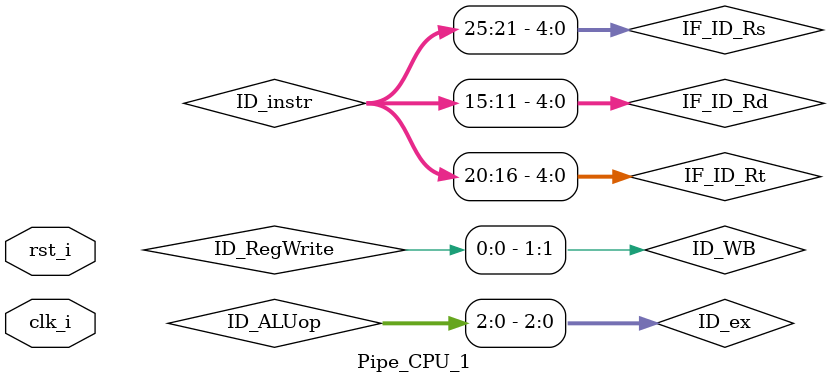
<source format=v>
`timescale 1ns / 1ps
module Pipe_CPU_1(
    clk_i,
    rst_i
    );
    
/****************************************
I/O ports
****************************************/
input clk_i;
input rst_i;

/****************************************
Internal signal
****************************************/
/**** IF stage ****/
wire [32-1:0] pc_4;
wire [32-1:0] pc_i;
wire [32-1:0] pc_o;
wire [32-1:0] IF_instr;

/**** ID stage ****/
wire [32-1:0] ID_addr;
wire [32-1:0] ID_instr;
wire [32-1:0] ID_RD_1;
wire [32-1:0] ID_RD_2;
wire [32-1:0] ID_se_o;

// Hazard
wire [5 -1:0] IF_ID_Rs;
wire [5 -1:0] IF_ID_Rt;
wire [5 -1:0] IF_ID_Rd;

//control signal
//EX
wire [3 -1:0] ID_ALUop;
wire 	      ID_ALUsrc;
wire 	      ID_RegDst;
wire [5 -1:0] ID_ex;
// M
wire 	      ID_branch;
wire 	      ID_MemRead;
wire 	      ID_MemWrite;
wire [5 -1:0] ID_M;
wire [2 -1:0] ID_BranchType;
// WB
wire 	      ID_RegWrite;
wire 	      ID_MemtoReg;
wire [2 -1:0] ID_WB;

// Hazard
wire 		  IF_ID_Write;
wire   		  PC_Write;
wire 		  ID_EX_MemRead;

/**** EX stage ****/
wire [32-1:0] EX_b;
wire [32-1:0] EX_addr;
wire [5 -1:0] EX_RDaddr;
wire [32-1:0] EX_RD_1;
wire [32-1:0] EX_RD_2;
wire [32-1:0] EX_se_o;
wire [32-1:0] EX_ALU_result;
wire 	      EX_zero;

wire [32 -1:0] ALU_i0;
wire [32 -1:0] ALU_i1;
wire [32-1:0] ALU_addr_i1;
//wire [32-1:0] shift_32;
wire [4 -1:0] ALU_Ctrl;
wire [6 -1:0] funct;

// Hazard
wire [5 -1:0] Rs;
wire [5 -1:0] Rt;
wire [5 -1:0] Rd;
wire [32-1:0] F_i0;

//control signal
// EX
wire [5 -1:0] EX_EX;
wire [3 -1:0] ALU_op;
wire 	      ALUsrc;
wire 	      RegDst;

// M
wire [5 -1:0] EX_M;

// WB
wire [2 -1:0] EX_WB;

// Hazard
wire [2 -1:0] ForwardA;
wire [2 -1:0] ForwardB;

/**** MEM stage ****/
wire [32-1:0] MEM_b;
wire [5 -1:0] MEM_RDaddr;
wire [32-1:0] MEM_addr;
wire [32-1:0] MEM_Writedata;
wire [32-1:0] MEM_Read_data;
wire  	      MEM_zero;

// Branch
wire 		beq;
wire  		bgt;
wire   		bge;
wire   		bne;
wire 		brtype;
wire 		IF_ID_Flush;
wire 		ID_EX_Flush;
wire 		EX_MEM_Flush;

//control signal
wire 	     pc_src;
// M
wire [5 -1:0] MEM_M;
wire  	      MemWrite;
wire   	      MemRead;
wire          Branch;
wire [2 -1:0] BranchType;

// WB
wire [2 -1:0] MEM_wb;
/**** WB stage ****/
wire [5 -1:0] WB_RDaddr_o;
wire [32-1:0] WB_RD_data;
wire [32-1:0] WB1;
wire [32-1:0] WB2;

//control signal
// WB
wire [2 -1:0] WB_WB;
wire   	      RegWrite;
wire          MemtoReg;


/****************************************
Instantiate modules
****************************************/
//Instantiate the components in IF stage
MUX_2to1 #(.size(32)) Mux0(
        .data0_i(pc_4),
        .data1_i(MEM_b),
        .select_i(pc_src),
        .data_o(pc_i)
);

ProgramCounter PC(
        .clk_i(clk_i),      
	    .rst_i (rst_i),     
	    .pc_in_i(pc_i) ,   
	    .pc_write_i(PC_Write),
	    .pc_out_o(pc_o)
);

Instruction_Memory IM(
        .addr_i(pc_o),  
	    .instr_o(IF_instr) 
);
			
Adder Add_pc(
        .src1_i(pc_o),     
	    .src2_i(32'd4),     
	    .sum_o(pc_4)   //IF_addr
);

		
/*Pipe_Reg #(.size(64)) IF_ID(       //N is the total length of input/output = 32+ 32= 64
	    .clk_i(clk_i),
	    .rst_i(rst_i),
	    .data_i({pc_4, IF_instr}), 
	    .data_o({ID_addr, ID_instr})
);*/

IF_Write_Pipe_Reg #(.size(64)) IF_ID(
	.clk_i(clk_i),
    	.rst_i(rst_i),
    	.select_write(IF_ID_Write),
    	.select_flush(IF_ID_Flush),
    	.data_i({pc_4, IF_instr}),
    	.data_o({ID_addr, ID_instr})
	);


//Instantiate the components in ID stage
Reg_File RF(
        .clk_i(clk_i),      
	    .rst_i(rst_i) ,     
        .RSaddr_i(ID_instr[25:21]) ,  
        .RTaddr_i(ID_instr[20:16]) ,  
        .RDaddr_i(WB_RDaddr_o) ,  
        .RDdata_i(WB_RD_data)  , 
        .RegWrite_i (RegWrite),
        .RSdata_o(ID_RD_1) ,  
        .RTdata_o(ID_RD_2) 
);

Decoder Control(
        .instr_op_i(ID_instr[31:26]), 
	    .RegWrite_o(ID_RegWrite), 
	    .ALU_op_o(ID_ALUop),   
	    .ALUSrc_o(ID_ALUsrc),   
	    .RegDst_o(ID_RegDst),   
	    .Branch_o(ID_branch),
    	    .MemRead_o(ID_MemRead),
	    .MemWrite_o(ID_MemWrite),
 	    .MemtoReg_o(ID_MemtoReg),
	    .BranchType_o(ID_BranchType) 
);

Sign_Extend Sign_Extend(
        .data_i(ID_instr[15:0]),
        .data_o(ID_se_o)
);	

// Hazard
HazardDetection_unit Hazard_detection(
		.branch(pc_src),
		.DE_MemRead_i(ID_EX_MemRead),
		.DE_Rt_i(Rt),
		.FD_Rs_i(IF_ID_Rs),
		.FD_Rt_i(IF_ID_Rt),
		.PCWrite_o(PC_Write),
		.FDWrite_o(IF_ID_Write),
		.IF_ID_Flush_o(IF_ID_Flush),
		.ID_EX_Flush_o(ID_EX_Flush),
		.EX_MEM_Flush_o(EX_MEM_Flush)		
);

/*Pipe_Reg #(.size(148)) ID_EX(
	    .clk_i(clk_i),
	    .rst_i(rst_i),
	    .data_i({ID_addr, ID_WB, ID_M, ID_ex,ID_RD_1, ID_RD_2, ID_se_o, ID_instr[15:11], ID_instr[20:16]}), 
	    .data_o({EX_addr, EX_WB, EX_M, EX_EX,EX_RD_1, EX_RD_2, EX_se_o, EX2,EX1})
);*/
Flush_Pipe_Reg #(.size(155)) ID_EX(
	    .clk_i(clk_i),
	    .rst_i(rst_i),
	    .select(ID_EX_Flush),
	    .data_i({ID_WB, ID_M, ID_ex, ID_addr, ID_RD_1, ID_RD_2, ID_se_o, IF_ID_Rs, IF_ID_Rt, IF_ID_Rd}), 
	    .data_o({EX_WB, EX_M, EX_EX, EX_addr, EX_RD_1, EX_RD_2, EX_se_o, Rs, Rt, Rd})
	);

//Instantiate the components in EX stage	   
Shift_Left_Two_32 Shifter(
	    .data_i(EX_se_o),
	    .data_o(ALU_addr_i1)
);

ALU ALU(
	    .src1_i(ALU_i0),
		.src2_i(ALU_i1),
		.ctrl_i(ALU_Ctrl),
		.result_o(EX_ALU_result),
		.zero_o(EX_zero)
);
		
ALU_Control ALU_Control(
	    .funct_i(funct),
	    .ALUOp_i(ALU_op),
	    .ALUCtrl_o(ALU_Ctrl)
);

// ALU input_0
MUX_3to1 #(.size(32)) ALU_Mux0(
        .data0_i(EX_RD_1),
        .data1_i(WB_RD_data),
        .data2_i(MEM_addr),
        .select_i(ForwardA),
        .data_o(ALU_i0)
);

// ForwardB
MUX_3to1 #(.size(32)) F_Mux(
        .data0_i(EX_RD_2),
        .data1_i(WB_RD_data),
        .data2_i(MEM_addr),
        .select_i(ForwardB),
        .data_o(F_i0)
);

// ALU input 1
MUX_2to1 #(.size(32)) ALU_Mux1(
        .data0_i(F_i0),
        .data1_i(EX_se_o),
        .select_i(ALUsrc),
        .data_o(ALU_i1)
);

// RD address	
MUX_2to1 #(.size(5)) Mux2(
        .data0_i(Rt),
        .data1_i(Rd),
        .select_i(RegDst),
        .data_o(EX_RDaddr)
);

Adder Add_pc_branch(
	    .src1_i(EX_addr),
		.src2_i(ALU_addr_i1),
		.sum_o(EX_b)    
);

// Forwarding unit
Forwarding_unit Forward(
	.Rs_i(Rs),
	.Rt_i(Rt),
	.EM_Rd_i(MEM_RDaddr),
	.MW_Rd_i(WB_RDaddr_o),
	.EM_RegWrite_i(MEM_wb[1]),	// MEM_Wb[1] = MEM.RegWrite
	.MW_RegWrite_i(RegWrite), 	// WB_RegWrite
	.ForwardA_o(ForwardA),
	.ForwardB_o(ForwardB)
	);

/*Pipe_Reg #(.size(107)) EX_MEM(
	    .clk_i(clk_i),
	    .rst_i(rst_i),
	    .data_i({EX_WB, EX_M, EX_b, EX_zero, EX_ALU_result, EX_RD_2, EX_RDaddr}), 
	    .data_o({MEM_wb, MEM_M, MEM_b, MEM_zero, MEM_addr, MEM_Writedata, MEM_RDaddr})
);*/
Flush_Pipe_Reg #(.size(109)) EX_MEM(
	    .clk_i(clk_i),
	    .rst_i(rst_i),
	    .select(EX_MEM_Flush),
	    .data_i({EX_WB, EX_M, EX_b, EX_zero, EX_ALU_result, F_i0, EX_RDaddr}), 
	    .data_o({MEM_wb, MEM_M, MEM_b, MEM_zero, MEM_addr, MEM_Writedata, MEM_RDaddr})
	);


//Instantiate the components in MEM stage
Data_Memory DM(
	    .clk_i(clk_i),
	    .addr_i(MEM_addr),
	    .data_i(MEM_Writedata),
	    .MemRead_i(MemRead),
	    .MemWrite_i(MemWrite),
	    .data_o(MEM_Read_data)
);

// BranchType
MUX_4to1 #(.size(1)) BrType(
	    .data0_i(beq),
        .data1_i(bgt),
        .data2_i(bge),
        .data3_i(bne),
        .select_i(BranchType),
        .data_o(brtype)
	);

Pipe_Reg #(.size(71)) MEM_WB(
	    .clk_i(clk_i),
	    .rst_i(rst_i),
	    .data_i({MEM_wb, MEM_Read_data, MEM_addr, MEM_RDaddr}), 
	    .data_o({WB_WB, WB1, WB2, WB_RDaddr_o})
);


//Instantiate the components in WB stage

MUX_2to1 #(.size(32)) Mux3(
        .data0_i(WB1),
        .data1_i(WB2),
        .select_i(MemtoReg),
        .data_o(WB_RD_data)
);

/****************************************
signal assignment
****************************************/
// ID 
assign ID_ex = {ID_RegDst, ID_ALUsrc, ID_ALUop};
assign ID_M  = {ID_BranchType, ID_branch, ID_MemRead, ID_MemWrite};
assign ID_WB = {ID_RegWrite, ID_MemtoReg};
assign IF_ID_Rs = ID_instr[25:21];
assign IF_ID_Rt = ID_instr[20:16];
assign IF_ID_Rd = ID_instr[15:11];

// EX 
assign ALU_op = EX_EX[2:0];
assign ALUsrc = EX_EX[3];
assign RegDst = EX_EX[4];
assign funct = EX_se_o[5:0];  
assign ID_EX_MemRead = EX_M[1];

// M 
assign BranchType = MEM_M[4:3];
assign Branch = MEM_M[2];
assign MemRead = MEM_M[1];
assign MemWrite = MEM_M[0];

assign beq = MEM_zero;
assign bgt = ~MEM_addr[31]; 		// MEM_addr[31] = signbit of ALU output
assign bge = MEM_zero | ~MEM_addr[31];
assign bne = ~MEM_zero;
assign pc_src = Branch & brtype;

// WB 
assign RegWrite = WB_WB[1];
assign MemtoReg = WB_WB[0];


endmodule


</source>
